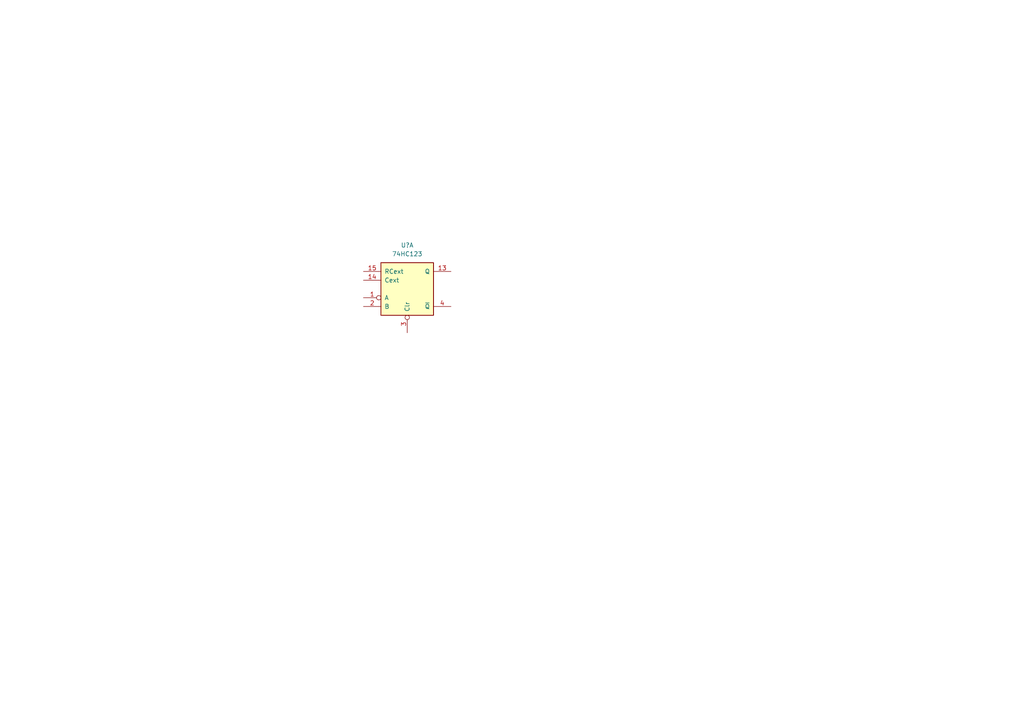
<source format=kicad_sch>
(kicad_sch (version 20231120) (generator "eeschema") (generator_version "8.0")
  (paper "A4")
  (lib_symbols
    (symbol "74xx:74HC123" (pin_names (offset 1.016))
      (property "Reference" "U" (at -7.62 8.89 0))
      (property "Value" "74HC123" (at -7.62 -8.89 0))
      (symbol "74HC123_1_0"
        (pin input inverted (at -12.7 -2.54 0) (length 5.08) (name "A") (number "1"))
        (pin output line (at 12.7 5.08 180) (length 5.08) (name "Q") (number "13"))
        (pin input line (at -12.7 2.54 0) (length 5.08) (name "Cext") (number "14"))
        (pin input line (at -12.7 5.08 0) (length 5.08) (name "RCext") (number "15"))
        (pin input line (at -12.7 -5.08 0) (length 5.08) (name "B") (number "2"))
        (pin input inverted (at 0 -12.7 90) (length 5.08) (name "Clr") (number "3"))
        (pin output line (at 12.7 -5.08 180) (length 5.08) (name "~{Q}") (number "4"))
      )
      (symbol "74HC123_1_1"
        (rectangle (start -7.62 7.62) (end 7.62 -7.62) (stroke (width 0.254)) (fill (type background)))
      )
      (symbol "74HC123_2_0"
        (pin input line (at -12.7 -5.08 0) (length 5.08) (name "B") (number "10"))
        (pin input inverted (at 0 -12.7 90) (length 5.08) (name "Clr") (number "11"))
        (pin output line (at 12.7 -5.08 180) (length 5.08) (name "~{Q}") (number "12"))
        (pin output line (at 12.7 5.08 180) (length 5.08) (name "Q") (number "5"))
        (pin input line (at -12.7 2.54 0) (length 5.08) (name "Cext") (number "6"))
        (pin input line (at -12.7 5.08 0) (length 5.08) (name "RCext") (number "7"))
        (pin input inverted (at -12.7 -2.54 0) (length 5.08) (name "A") (number "9"))
      )
      (symbol "74HC123_2_1"
        (rectangle (start -7.62 7.62) (end 7.62 -7.62) (stroke (width 0.254)) (fill (type background)))
      )
      (symbol "74HC123_3_0"
        (pin power_in line (at 0 12.7 270) (length 5.08) (name "VCC") (number "16"))
        (pin power_in line (at 0 -12.7 90) (length 5.08) (name "GND") (number "8"))
      )
      (symbol "74HC123_3_1"
        (rectangle (start -5.08 7.62) (end 5.08 -7.62) (stroke (width 0.254)) (fill (type background)))
      )
    )
  )
  (symbol (lib_id "74xx:74HC123") (at 118.11 83.82 0) (unit 1)
    (property "Reference" "U?" (at 118.11 71.12 0))
    (property "Value" "74HC123" (at 118.11 73.66 0))
    (property "Datasheet" "https://assets.nexperia.com/documents/data-sheet/74HC_HCT123.pdf" (effects (hide yes)))
    (property "Description" "Dual retriggerable monostable multivibrator" (effects (hide yes)))
  )
)
</source>
